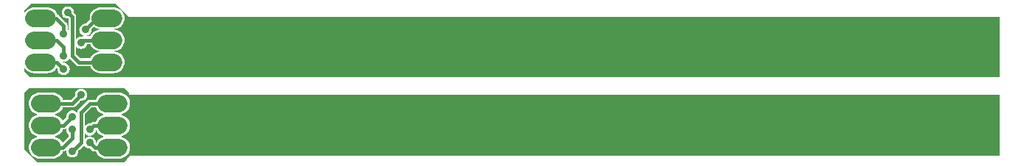
<source format=gbr>
G04 start of page 3 for group 1 idx 1 *
G04 Title: 4FF-FFC, bottom *
G04 Creator: pcb 20140316 *
G04 CreationDate: Sa 30 Aug 2014 12:40:55 GMT UTC *
G04 For: kevredon *
G04 Format: Gerber/RS-274X *
G04 PCB-Dimensions (mm): 152.40 127.00 *
G04 PCB-Coordinate-Origin: lower left *
%MOMM*%
%FSLAX43Y43*%
%LNBOTTOM*%
%ADD22C,0.500*%
%ADD21C,0.900*%
%ADD20C,2.000*%
%ADD19C,0.400*%
%ADD18C,0.002*%
G54D18*G36*
X8310Y115250D02*X13500D01*
X14000Y114750D01*
Y114500D01*
X113999D01*
Y107500D01*
X14120D01*
X13500Y106750D01*
X8310D01*
Y108168D01*
X8808Y108666D01*
X8822Y108678D01*
X8855Y108717D01*
X8871Y108679D01*
X8929Y108585D01*
X9001Y108501D01*
X9085Y108429D01*
X9179Y108371D01*
X9282Y108328D01*
X9390Y108303D01*
X9500Y108294D01*
X9559Y108299D01*
X9746Y108112D01*
X9758Y108098D01*
X9812Y108052D01*
X9812Y108052D01*
X9873Y108014D01*
X9939Y107987D01*
X10009Y107970D01*
X10080Y107965D01*
X10098Y107966D01*
X10201D01*
X10249Y107849D01*
X10352Y107681D01*
X10481Y107531D01*
X10631Y107402D01*
X10799Y107299D01*
X10981Y107224D01*
X11173Y107178D01*
X11370Y107166D01*
X12870D01*
X13067Y107178D01*
X13259Y107224D01*
X13441Y107299D01*
X13609Y107402D01*
X13759Y107531D01*
X13888Y107681D01*
X13991Y107849D01*
X14066Y108031D01*
X14112Y108223D01*
X14128Y108420D01*
X14112Y108617D01*
X14066Y108809D01*
X13991Y108991D01*
X13888Y109159D01*
X13759Y109309D01*
X13609Y109438D01*
X13441Y109541D01*
X13259Y109616D01*
X13067Y109662D01*
X12870Y109674D01*
X11370D01*
X11173Y109662D01*
X10981Y109616D01*
X10799Y109541D01*
X10631Y109438D01*
X10481Y109309D01*
X10352Y109159D01*
X10249Y108991D01*
X10220Y108922D01*
X10201Y108942D01*
X10204Y109000D01*
X10197Y109110D01*
X10172Y109218D01*
X10129Y109321D01*
X10071Y109415D01*
X9999Y109499D01*
X9915Y109571D01*
X9821Y109629D01*
X9718Y109672D01*
X9610Y109697D01*
X9500Y109706D01*
X9390Y109697D01*
X9282Y109672D01*
X9179Y109629D01*
X9085Y109571D01*
X9001Y109499D01*
X8954Y109445D01*
Y110055D01*
X9001Y110001D01*
X9085Y109929D01*
X9179Y109871D01*
X9282Y109828D01*
X9390Y109803D01*
X9500Y109794D01*
X9610Y109803D01*
X9718Y109828D01*
X9821Y109871D01*
X9915Y109929D01*
X9999Y110001D01*
X10071Y110085D01*
X10129Y110179D01*
X10172Y110282D01*
X10197Y110390D01*
X10204Y110498D01*
X10249Y110389D01*
X10352Y110221D01*
X10481Y110071D01*
X10631Y109942D01*
X10799Y109839D01*
X10981Y109764D01*
X11173Y109718D01*
X11370Y109706D01*
X12870D01*
X13067Y109718D01*
X13259Y109764D01*
X13441Y109839D01*
X13609Y109942D01*
X13759Y110071D01*
X13888Y110221D01*
X13991Y110389D01*
X14066Y110571D01*
X14112Y110763D01*
X14128Y110960D01*
X14112Y111157D01*
X14066Y111349D01*
X13991Y111531D01*
X13888Y111699D01*
X13759Y111849D01*
X13609Y111978D01*
X13441Y112081D01*
X13259Y112156D01*
X13067Y112202D01*
X12870Y112214D01*
X11370D01*
X11173Y112202D01*
X10981Y112156D01*
X10799Y112081D01*
X10631Y111978D01*
X10481Y111849D01*
X10352Y111699D01*
X10249Y111531D01*
X10201Y111414D01*
X9978D01*
X9960Y111415D01*
X9889Y111410D01*
X9819Y111393D01*
X9753Y111366D01*
X9692Y111328D01*
X9692Y111328D01*
X9638Y111282D01*
X9626Y111268D01*
X9559Y111201D01*
X9500Y111206D01*
X9390Y111197D01*
X9282Y111172D01*
X9179Y111129D01*
X9085Y111071D01*
X9001Y110999D01*
X8954Y110945D01*
Y112312D01*
X9688Y113046D01*
X10201D01*
X10249Y112929D01*
X10352Y112761D01*
X10481Y112611D01*
X10631Y112482D01*
X10799Y112379D01*
X10981Y112304D01*
X11173Y112258D01*
X11370Y112246D01*
X12870D01*
X13067Y112258D01*
X13259Y112304D01*
X13441Y112379D01*
X13609Y112482D01*
X13759Y112611D01*
X13888Y112761D01*
X13991Y112929D01*
X14066Y113111D01*
X14112Y113303D01*
X14128Y113500D01*
X14112Y113697D01*
X14066Y113889D01*
X13991Y114071D01*
X13888Y114239D01*
X13759Y114389D01*
X13609Y114518D01*
X13441Y114621D01*
X13259Y114696D01*
X13067Y114742D01*
X12870Y114754D01*
X11370D01*
X11173Y114742D01*
X10981Y114696D01*
X10799Y114621D01*
X10631Y114518D01*
X10481Y114389D01*
X10352Y114239D01*
X10249Y114071D01*
X10201Y113954D01*
X9518D01*
X9500Y113955D01*
X9429Y113950D01*
X9359Y113933D01*
X9293Y113906D01*
X9232Y113868D01*
X9232Y113868D01*
X9178Y113822D01*
X9166Y113808D01*
X8310Y112952D01*
Y113668D01*
X8441Y113799D01*
X8500Y113794D01*
X8610Y113803D01*
X8718Y113828D01*
X8821Y113871D01*
X8915Y113929D01*
X8999Y114001D01*
X9071Y114085D01*
X9129Y114179D01*
X9172Y114282D01*
X9197Y114390D01*
X9204Y114500D01*
X9197Y114610D01*
X9172Y114718D01*
X9129Y114821D01*
X9071Y114915D01*
X8999Y114999D01*
X8915Y115071D01*
X8821Y115129D01*
X8718Y115172D01*
X8610Y115197D01*
X8500Y115206D01*
X8390Y115197D01*
X8310Y115178D01*
Y115250D01*
G37*
G36*
X2500D02*X8310D01*
Y115178D01*
X8282Y115172D01*
X8179Y115129D01*
X8085Y115071D01*
X8001Y114999D01*
X7929Y114915D01*
X7871Y114821D01*
X7828Y114718D01*
X7803Y114610D01*
X7794Y114500D01*
X7799Y114441D01*
X7312Y113954D01*
X6419D01*
X6371Y114071D01*
X6268Y114239D01*
X6139Y114389D01*
X5989Y114518D01*
X5821Y114621D01*
X5639Y114696D01*
X5447Y114742D01*
X5250Y114754D01*
X3750D01*
X3553Y114742D01*
X3361Y114696D01*
X3179Y114621D01*
X3011Y114518D01*
X2861Y114389D01*
X2732Y114239D01*
X2629Y114071D01*
X2554Y113889D01*
X2508Y113697D01*
X2492Y113500D01*
X2508Y113303D01*
X2554Y113111D01*
X2629Y112929D01*
X2732Y112761D01*
X2861Y112611D01*
X3011Y112482D01*
X3179Y112379D01*
X3361Y112304D01*
X3553Y112258D01*
X3750Y112246D01*
X5250D01*
X5447Y112258D01*
X5639Y112304D01*
X5821Y112379D01*
X5989Y112482D01*
X6139Y112611D01*
X6268Y112761D01*
X6371Y112929D01*
X6419Y113046D01*
X7482D01*
X7500Y113045D01*
X7571Y113050D01*
X7571Y113050D01*
X7641Y113067D01*
X7707Y113094D01*
X7768Y113132D01*
X7822Y113178D01*
X7834Y113192D01*
X8310Y113668D01*
Y112952D01*
X8192Y112834D01*
X8178Y112822D01*
X8132Y112768D01*
X8094Y112707D01*
X8067Y112641D01*
X8050Y112571D01*
X8050Y112571D01*
X8045Y112500D01*
X8046Y112482D01*
Y112445D01*
X7999Y112499D01*
X7915Y112571D01*
X7821Y112629D01*
X7718Y112672D01*
X7610Y112697D01*
X7500Y112706D01*
X7390Y112697D01*
X7282Y112672D01*
X7179Y112629D01*
X7085Y112571D01*
X7001Y112499D01*
X6929Y112415D01*
X6871Y112321D01*
X6828Y112218D01*
X6803Y112110D01*
X6794Y112000D01*
X6799Y111941D01*
X6376Y111518D01*
X6371Y111531D01*
X6268Y111699D01*
X6139Y111849D01*
X5989Y111978D01*
X5821Y112081D01*
X5639Y112156D01*
X5447Y112202D01*
X5250Y112214D01*
X3750D01*
X3553Y112202D01*
X3361Y112156D01*
X3179Y112081D01*
X3011Y111978D01*
X2861Y111849D01*
X2732Y111699D01*
X2629Y111531D01*
X2554Y111349D01*
X2508Y111157D01*
X2492Y110960D01*
X2508Y110763D01*
X2554Y110571D01*
X2629Y110389D01*
X2732Y110221D01*
X2861Y110071D01*
X3011Y109942D01*
X3179Y109839D01*
X3361Y109764D01*
X3553Y109718D01*
X3750Y109706D01*
X5250D01*
X5447Y109718D01*
X5639Y109764D01*
X5821Y109839D01*
X5989Y109942D01*
X6139Y110071D01*
X6268Y110221D01*
X6371Y110389D01*
X6419Y110506D01*
X6442D01*
X6460Y110505D01*
X6531Y110510D01*
X6531Y110510D01*
X6601Y110527D01*
X6667Y110554D01*
X6728Y110592D01*
X6782Y110638D01*
X6794Y110652D01*
X6818Y110676D01*
X6803Y110610D01*
X6794Y110500D01*
X6803Y110390D01*
X6828Y110282D01*
X6871Y110179D01*
X6929Y110085D01*
X7001Y110001D01*
X7046Y109962D01*
Y109688D01*
X6362Y109005D01*
X6268Y109159D01*
X6139Y109309D01*
X5989Y109438D01*
X5821Y109541D01*
X5639Y109616D01*
X5447Y109662D01*
X5250Y109674D01*
X3750D01*
X3553Y109662D01*
X3361Y109616D01*
X3179Y109541D01*
X3011Y109438D01*
X2861Y109309D01*
X2732Y109159D01*
X2629Y108991D01*
X2554Y108809D01*
X2508Y108617D01*
X2492Y108420D01*
X2508Y108223D01*
X2554Y108031D01*
X2629Y107849D01*
X2732Y107681D01*
X2861Y107531D01*
X3011Y107402D01*
X3179Y107299D01*
X3361Y107224D01*
X3553Y107178D01*
X3750Y107166D01*
X5250D01*
X5447Y107178D01*
X5639Y107224D01*
X5821Y107299D01*
X5989Y107402D01*
X6139Y107531D01*
X6268Y107681D01*
X6371Y107849D01*
X6419Y107965D01*
X6420Y107965D01*
X6491Y107970D01*
X6491Y107970D01*
X6561Y107987D01*
X6627Y108014D01*
X6688Y108052D01*
X6742Y108098D01*
X6754Y108112D01*
X6818Y108176D01*
X6803Y108110D01*
X6794Y108000D01*
X6803Y107890D01*
X6828Y107782D01*
X6871Y107679D01*
X6929Y107585D01*
X7001Y107501D01*
X7085Y107429D01*
X7179Y107371D01*
X7282Y107328D01*
X7390Y107303D01*
X7500Y107294D01*
X7610Y107303D01*
X7718Y107328D01*
X7821Y107371D01*
X7915Y107429D01*
X7999Y107501D01*
X8071Y107585D01*
X8129Y107679D01*
X8172Y107782D01*
X8197Y107890D01*
X8204Y108000D01*
X8201Y108058D01*
X8310Y108168D01*
Y106750D01*
X3500D01*
X2000Y108250D01*
Y114750D01*
X2500Y115250D01*
G37*
G36*
X10901Y125000D02*X12500D01*
X14000Y123500D01*
X114000D01*
Y116570D01*
X10901D01*
Y116996D01*
X12250D01*
X12447Y117008D01*
X12639Y117054D01*
X12821Y117129D01*
X12989Y117232D01*
X13139Y117361D01*
X13268Y117511D01*
X13371Y117679D01*
X13446Y117861D01*
X13492Y118053D01*
X13508Y118250D01*
X13492Y118447D01*
X13446Y118639D01*
X13371Y118821D01*
X13268Y118989D01*
X13139Y119139D01*
X12989Y119268D01*
X12821Y119371D01*
X12639Y119446D01*
X12447Y119492D01*
X12250Y119504D01*
X10901D01*
Y119536D01*
X12250D01*
X12447Y119548D01*
X12639Y119594D01*
X12821Y119669D01*
X12989Y119772D01*
X13139Y119901D01*
X13268Y120051D01*
X13371Y120219D01*
X13446Y120401D01*
X13492Y120593D01*
X13508Y120790D01*
X13492Y120987D01*
X13446Y121179D01*
X13371Y121361D01*
X13268Y121529D01*
X13139Y121679D01*
X12989Y121808D01*
X12821Y121911D01*
X12639Y121986D01*
X12447Y122032D01*
X12250Y122044D01*
X10901D01*
Y122076D01*
X12250D01*
X12447Y122088D01*
X12639Y122134D01*
X12821Y122209D01*
X12989Y122312D01*
X13139Y122441D01*
X13268Y122591D01*
X13371Y122759D01*
X13446Y122941D01*
X13492Y123133D01*
X13508Y123330D01*
X13492Y123527D01*
X13446Y123719D01*
X13371Y123901D01*
X13268Y124069D01*
X13139Y124219D01*
X12989Y124348D01*
X12821Y124451D01*
X12639Y124526D01*
X12447Y124572D01*
X12250Y124584D01*
X10901D01*
Y125000D01*
G37*
G36*
Y119504D02*X10750D01*
X10553Y119492D01*
X10361Y119446D01*
X10179Y119371D01*
X10011Y119268D01*
X9861Y119139D01*
X9732Y118989D01*
X9629Y118821D01*
X9581Y118704D01*
X8438D01*
X7954Y119188D01*
Y120055D01*
X8001Y120001D01*
X8085Y119929D01*
X8179Y119871D01*
X8282Y119828D01*
X8390Y119803D01*
X8500Y119794D01*
X8610Y119803D01*
X8718Y119828D01*
X8821Y119871D01*
X8915Y119929D01*
X8999Y120001D01*
X9071Y120085D01*
X9129Y120179D01*
X9172Y120282D01*
X9185Y120336D01*
X9581D01*
X9629Y120219D01*
X9732Y120051D01*
X9861Y119901D01*
X10011Y119772D01*
X10179Y119669D01*
X10361Y119594D01*
X10553Y119548D01*
X10750Y119536D01*
X10901D01*
Y119504D01*
G37*
G36*
Y116570D02*X2680D01*
X2000Y117250D01*
Y117701D01*
X2009Y117679D01*
X2112Y117511D01*
X2241Y117361D01*
X2391Y117232D01*
X2559Y117129D01*
X2741Y117054D01*
X2933Y117008D01*
X3130Y116996D01*
X4630D01*
X4827Y117008D01*
X5019Y117054D01*
X5201Y117129D01*
X5369Y117232D01*
X5519Y117361D01*
X5648Y117511D01*
X5724Y117634D01*
X5799Y117559D01*
X5794Y117500D01*
X5803Y117390D01*
X5828Y117282D01*
X5871Y117179D01*
X5929Y117085D01*
X6001Y117001D01*
X6085Y116929D01*
X6179Y116871D01*
X6282Y116828D01*
X6390Y116803D01*
X6500Y116794D01*
X6610Y116803D01*
X6718Y116828D01*
X6821Y116871D01*
X6915Y116929D01*
X6999Y117001D01*
X7071Y117085D01*
X7129Y117179D01*
X7172Y117282D01*
X7197Y117390D01*
X7204Y117500D01*
X7197Y117610D01*
X7172Y117718D01*
X7129Y117821D01*
X7071Y117915D01*
X6999Y117999D01*
X6915Y118071D01*
X6821Y118129D01*
X6718Y118172D01*
X6610Y118197D01*
X6500Y118206D01*
X6441Y118201D01*
X6324Y118318D01*
X6390Y118303D01*
X6500Y118294D01*
X6610Y118303D01*
X6718Y118328D01*
X6821Y118371D01*
X6915Y118429D01*
X6999Y118501D01*
X7071Y118585D01*
X7129Y118679D01*
X7145Y118717D01*
X7178Y118678D01*
X7192Y118666D01*
X7916Y117942D01*
X7928Y117928D01*
X7982Y117882D01*
X7982Y117882D01*
X8043Y117844D01*
X8109Y117817D01*
X8179Y117800D01*
X8250Y117795D01*
X8268Y117796D01*
X9581D01*
X9629Y117679D01*
X9732Y117511D01*
X9861Y117361D01*
X10011Y117232D01*
X10179Y117129D01*
X10361Y117054D01*
X10553Y117008D01*
X10750Y116996D01*
X10901D01*
Y116570D01*
G37*
G36*
X10750Y122044D02*X10553Y122032D01*
X10361Y121986D01*
X10179Y121911D01*
X10011Y121808D01*
X9861Y121679D01*
X9732Y121529D01*
X9629Y121361D01*
X9581Y121244D01*
X8808D01*
X8790Y121245D01*
X8719Y121240D01*
X8649Y121223D01*
X8591Y121199D01*
X8500Y121206D01*
X8390Y121197D01*
X8282Y121172D01*
X8179Y121129D01*
X8085Y121071D01*
X8001Y120999D01*
X7954Y120945D01*
Y123482D01*
X7955Y123500D01*
X7950Y123571D01*
X7933Y123641D01*
X7906Y123707D01*
X7892Y123730D01*
X7868Y123768D01*
X7822Y123822D01*
X7808Y123834D01*
X7701Y123942D01*
X7704Y124000D01*
X7697Y124110D01*
X7672Y124218D01*
X7629Y124321D01*
X7571Y124415D01*
X7499Y124499D01*
X7415Y124571D01*
X7321Y124629D01*
X7218Y124672D01*
X7110Y124697D01*
X7000Y124706D01*
X6890Y124697D01*
X6782Y124672D01*
X6679Y124629D01*
X6585Y124571D01*
X6501Y124499D01*
X6429Y124415D01*
X6371Y124321D01*
X6328Y124218D01*
X6303Y124110D01*
X6294Y124000D01*
X6303Y123890D01*
X6328Y123782D01*
X6371Y123679D01*
X6429Y123585D01*
X6501Y123501D01*
X6585Y123429D01*
X6679Y123371D01*
X6782Y123328D01*
X6890Y123303D01*
X7000Y123294D01*
X7046Y123297D01*
Y121945D01*
X6999Y121999D01*
X6954Y122038D01*
Y122482D01*
X6955Y122500D01*
X6950Y122571D01*
X6933Y122641D01*
X6906Y122707D01*
X6892Y122730D01*
X6868Y122768D01*
X6822Y122822D01*
X6808Y122834D01*
X6004Y123638D01*
X5992Y123652D01*
X5938Y123698D01*
X5938Y123698D01*
X5877Y123736D01*
X5811Y123763D01*
X5808Y123764D01*
X5751Y123901D01*
X5648Y124069D01*
X5519Y124219D01*
X5369Y124348D01*
X5201Y124451D01*
X5019Y124526D01*
X4827Y124572D01*
X4630Y124584D01*
X3130D01*
X2933Y124572D01*
X2741Y124526D01*
X2559Y124451D01*
X2391Y124348D01*
X2241Y124219D01*
X2112Y124069D01*
X2009Y123901D01*
X2000Y123879D01*
Y124250D01*
X2750Y125000D01*
X10901D01*
Y124584D01*
X10750D01*
X10553Y124572D01*
X10361Y124526D01*
X10179Y124451D01*
X10011Y124348D01*
X9861Y124219D01*
X9732Y124069D01*
X9629Y123901D01*
X9554Y123719D01*
X9508Y123527D01*
X9492Y123330D01*
X9506Y123148D01*
X9059Y122701D01*
X9000Y122706D01*
X8890Y122697D01*
X8782Y122672D01*
X8679Y122629D01*
X8585Y122571D01*
X8501Y122499D01*
X8429Y122415D01*
X8371Y122321D01*
X8328Y122218D01*
X8303Y122110D01*
X8294Y122000D01*
X8303Y121890D01*
X8328Y121782D01*
X8371Y121679D01*
X8429Y121585D01*
X8501Y121501D01*
X8585Y121429D01*
X8679Y121371D01*
X8782Y121328D01*
X8890Y121303D01*
X9000Y121294D01*
X9110Y121303D01*
X9218Y121328D01*
X9321Y121371D01*
X9415Y121429D01*
X9499Y121501D01*
X9571Y121585D01*
X9629Y121679D01*
X9672Y121782D01*
X9697Y121890D01*
X9704Y122000D01*
X9701Y122058D01*
X9980Y122338D01*
X10011Y122312D01*
X10179Y122209D01*
X10361Y122134D01*
X10553Y122088D01*
X10750Y122076D01*
X10901D01*
Y122044D01*
X10750D01*
G37*
G54D19*X5750Y118250D02*X6500Y117500D01*
X5710Y120790D02*X6500Y120000D01*
Y119000D01*
X8250Y118250D02*X7500Y119000D01*
X4500Y110960D02*X6460D01*
X7500Y112000D01*
X4500Y108420D02*X6420D01*
X7500Y109500D01*
Y110500D01*
Y113500D02*X8500Y114500D01*
Y112500D02*Y109000D01*
X7500Y108000D01*
X4500Y113500D02*X7500D01*
X3880Y120790D02*X5710D01*
X5670Y123330D02*X6500Y122500D01*
Y121500D01*
X3880Y123330D02*X5670D01*
X3880Y118250D02*X5750D01*
X8790Y120790D02*X8500Y120500D01*
X11500Y123330D02*X10330D01*
X9000Y122000D01*
X11500Y120790D02*X8790D01*
X12120Y113500D02*X9500D01*
X8500Y112500D01*
X12120Y110960D02*X9960D01*
X9500Y110500D01*
X12120Y108420D02*X10080D01*
X9500Y109000D01*
X11500Y118250D02*X8250D01*
X7500Y119000D02*Y123500D01*
X7000Y124000D01*
G54D20*X10750Y118250D02*X12250D01*
X10750Y120790D02*X12250D01*
X10750Y123330D02*X12250D01*
X3130Y118250D02*X4630D01*
X3130Y120790D02*X4630D01*
X3130Y123330D02*X4630D01*
X3750Y113500D02*X5250D01*
X3750Y110960D02*X5250D01*
X3750Y108420D02*X5250D01*
X11370Y113500D02*X12870D01*
X11370Y110960D02*X12870D01*
X11370Y108420D02*X12870D01*
G54D21*X6500Y117500D03*
Y119000D03*
Y121500D03*
X7000Y124000D03*
X8500Y120500D03*
X9000Y122000D03*
X7500Y110500D03*
Y112000D03*
X8500Y114500D03*
X9500Y110500D03*
X7500Y108000D03*
X9500Y109000D03*
G54D22*M02*

</source>
